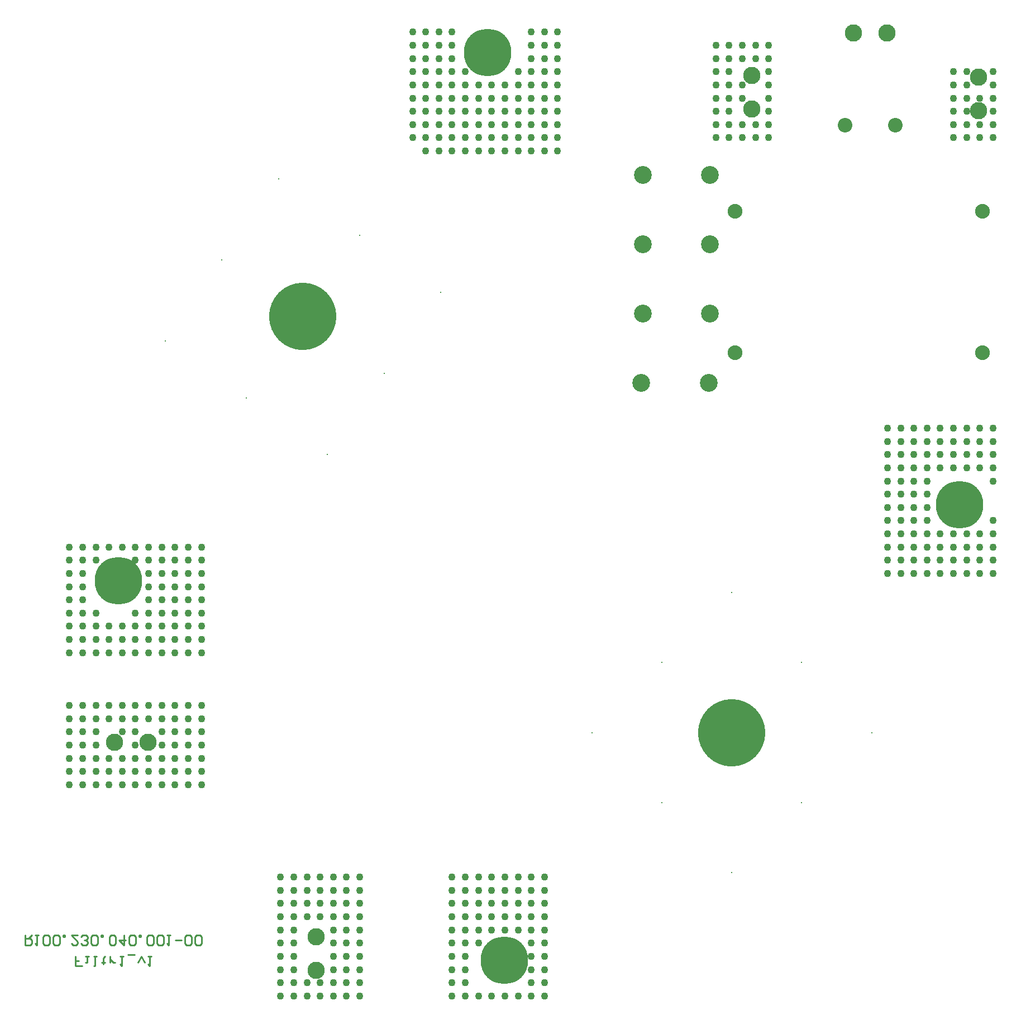
<source format=gbs>
G04 Layer_Color=16711935*
%FSLAX24Y24*%
%MOIN*%
G70*
G01*
G75*
%ADD24C,0.0098*%
%ADD28C,0.0867*%
%ADD29C,0.1064*%
%ADD30C,0.0880*%
%ADD31C,0.1030*%
%ADD32C,0.2836*%
%ADD33C,0.4017*%
%ADD34C,0.0080*%
%ADD35C,0.0434*%
D24*
X1527Y6220D02*
Y5630D01*
X1822D01*
X1921Y5728D01*
Y5925D01*
X1822Y6024D01*
X1527D01*
X1724D02*
X1921Y6220D01*
X2118D02*
X2314D01*
X2216D01*
Y5630D01*
X2118Y5728D01*
X2610D02*
X2708Y5630D01*
X2905D01*
X3003Y5728D01*
Y6122D01*
X2905Y6220D01*
X2708D01*
X2610Y6122D01*
Y5728D01*
X3200D02*
X3298Y5630D01*
X3495D01*
X3594Y5728D01*
Y6122D01*
X3495Y6220D01*
X3298D01*
X3200Y6122D01*
Y5728D01*
X3790Y6220D02*
Y6122D01*
X3889D01*
Y6220D01*
X3790D01*
X4676D02*
X4282D01*
X4676Y5827D01*
Y5728D01*
X4577Y5630D01*
X4381D01*
X4282Y5728D01*
X4873D02*
X4971Y5630D01*
X5168D01*
X5266Y5728D01*
Y5827D01*
X5168Y5925D01*
X5069D01*
X5168D01*
X5266Y6024D01*
Y6122D01*
X5168Y6220D01*
X4971D01*
X4873Y6122D01*
X5463Y5728D02*
X5561Y5630D01*
X5758D01*
X5857Y5728D01*
Y6122D01*
X5758Y6220D01*
X5561D01*
X5463Y6122D01*
Y5728D01*
X6053Y6220D02*
Y6122D01*
X6152D01*
Y6220D01*
X6053D01*
X6545Y5728D02*
X6644Y5630D01*
X6841D01*
X6939Y5728D01*
Y6122D01*
X6841Y6220D01*
X6644D01*
X6545Y6122D01*
Y5728D01*
X7431Y6220D02*
Y5630D01*
X7136Y5925D01*
X7529D01*
X7726Y5728D02*
X7824Y5630D01*
X8021D01*
X8120Y5728D01*
Y6122D01*
X8021Y6220D01*
X7824D01*
X7726Y6122D01*
Y5728D01*
X8316Y6220D02*
Y6122D01*
X8415D01*
Y6220D01*
X8316D01*
X8808Y5728D02*
X8907Y5630D01*
X9104D01*
X9202Y5728D01*
Y6122D01*
X9104Y6220D01*
X8907D01*
X8808Y6122D01*
Y5728D01*
X9399D02*
X9497Y5630D01*
X9694D01*
X9792Y5728D01*
Y6122D01*
X9694Y6220D01*
X9497D01*
X9399Y6122D01*
Y5728D01*
X9989Y6220D02*
X10186D01*
X10088D01*
Y5630D01*
X9989Y5728D01*
X10481Y5925D02*
X10875D01*
X11071Y5728D02*
X11170Y5630D01*
X11367D01*
X11465Y5728D01*
Y6122D01*
X11367Y6220D01*
X11170D01*
X11071Y6122D01*
Y5728D01*
X11662D02*
X11760Y5630D01*
X11957D01*
X12055Y5728D01*
Y6122D01*
X11957Y6220D01*
X11760D01*
X11662Y6122D01*
Y5728D01*
X4922Y4384D02*
X4528D01*
Y4679D01*
X4725D01*
X4528D01*
Y4975D01*
X5119D02*
X5315D01*
X5217D01*
Y4581D01*
X5119D01*
X5611Y4975D02*
X5807D01*
X5709D01*
Y4384D01*
X5611D01*
X6201Y4483D02*
Y4581D01*
X6103D01*
X6299D01*
X6201D01*
Y4876D01*
X6299Y4975D01*
X6595Y4581D02*
Y4975D01*
Y4778D01*
X6693Y4679D01*
X6791Y4581D01*
X6890D01*
X7185Y4975D02*
X7382D01*
X7283D01*
Y4384D01*
X7185Y4483D01*
X7677Y5073D02*
X8070D01*
X8267Y4581D02*
X8464Y4975D01*
X8661Y4581D01*
X8858Y4975D02*
X9054D01*
X8956D01*
Y4384D01*
X8858Y4483D01*
D28*
X50469Y54528D02*
D03*
X53468D02*
D03*
D29*
X42323Y39173D02*
D03*
X38307D02*
D03*
X42402Y43307D02*
D03*
X38386D02*
D03*
X42402Y47441D02*
D03*
X38386D02*
D03*
X42402Y51575D02*
D03*
X38386D02*
D03*
D30*
X43898Y49409D02*
D03*
X58661D02*
D03*
Y40945D02*
D03*
X43898D02*
D03*
D31*
X6858Y17717D02*
D03*
X8858D02*
D03*
X44882Y55480D02*
D03*
Y57480D02*
D03*
X18898Y6134D02*
D03*
Y4134D02*
D03*
X58434Y57402D02*
D03*
Y55402D02*
D03*
X50953Y60039D02*
D03*
X52953D02*
D03*
D32*
X57286Y31892D02*
D03*
X30122Y4715D02*
D03*
X7098Y27367D02*
D03*
X29130Y58848D02*
D03*
D33*
X43701Y18307D02*
D03*
X18110Y43110D02*
D03*
D34*
X47877Y14131D02*
D03*
X39525D02*
D03*
Y22483D02*
D03*
X47877D02*
D03*
X43701Y26659D02*
D03*
Y9955D02*
D03*
X35349Y18307D02*
D03*
X52052D02*
D03*
X26335Y44560D02*
D03*
X9885Y41660D02*
D03*
X19560Y34885D02*
D03*
X16660Y51335D02*
D03*
X21497Y47948D02*
D03*
X13273Y46498D02*
D03*
X14723Y38273D02*
D03*
X22948Y39723D02*
D03*
D35*
X16772Y2598D02*
D03*
Y3386D02*
D03*
Y4173D02*
D03*
Y4961D02*
D03*
Y5748D02*
D03*
Y6535D02*
D03*
Y7323D02*
D03*
Y8110D02*
D03*
Y8898D02*
D03*
Y9685D02*
D03*
X17559Y2598D02*
D03*
Y3386D02*
D03*
Y4173D02*
D03*
Y4961D02*
D03*
Y5748D02*
D03*
Y6535D02*
D03*
Y7323D02*
D03*
Y8110D02*
D03*
Y8898D02*
D03*
Y9685D02*
D03*
X18346Y2598D02*
D03*
Y3386D02*
D03*
Y7323D02*
D03*
Y8110D02*
D03*
Y8898D02*
D03*
Y9685D02*
D03*
X19134Y2598D02*
D03*
Y3386D02*
D03*
Y7323D02*
D03*
Y8110D02*
D03*
Y8898D02*
D03*
Y9685D02*
D03*
X19921Y2598D02*
D03*
Y3386D02*
D03*
Y4173D02*
D03*
Y4961D02*
D03*
Y5748D02*
D03*
Y6535D02*
D03*
Y7323D02*
D03*
Y8110D02*
D03*
Y8898D02*
D03*
Y9685D02*
D03*
X20709Y2598D02*
D03*
Y3386D02*
D03*
Y4173D02*
D03*
Y4961D02*
D03*
Y5748D02*
D03*
Y6535D02*
D03*
Y7323D02*
D03*
Y8110D02*
D03*
Y8898D02*
D03*
Y9685D02*
D03*
X21496Y2598D02*
D03*
Y3386D02*
D03*
Y4173D02*
D03*
Y4961D02*
D03*
Y5748D02*
D03*
Y6535D02*
D03*
Y7323D02*
D03*
Y8110D02*
D03*
Y8898D02*
D03*
Y9685D02*
D03*
X27008Y2598D02*
D03*
Y3386D02*
D03*
Y4173D02*
D03*
Y4961D02*
D03*
Y5748D02*
D03*
Y6535D02*
D03*
Y7323D02*
D03*
Y8110D02*
D03*
Y8898D02*
D03*
Y9685D02*
D03*
X27795Y2598D02*
D03*
Y3386D02*
D03*
Y4173D02*
D03*
Y4961D02*
D03*
Y5748D02*
D03*
Y6535D02*
D03*
Y7323D02*
D03*
Y8110D02*
D03*
Y8898D02*
D03*
Y9685D02*
D03*
X28583Y2598D02*
D03*
Y5748D02*
D03*
Y6535D02*
D03*
Y7323D02*
D03*
Y8110D02*
D03*
Y8898D02*
D03*
Y9685D02*
D03*
X29370Y2598D02*
D03*
Y6535D02*
D03*
Y7323D02*
D03*
Y8110D02*
D03*
Y8898D02*
D03*
Y9685D02*
D03*
X30157Y2598D02*
D03*
Y6535D02*
D03*
Y7323D02*
D03*
Y8110D02*
D03*
Y8898D02*
D03*
Y9685D02*
D03*
X30945Y2598D02*
D03*
Y6535D02*
D03*
Y7323D02*
D03*
Y8110D02*
D03*
Y8898D02*
D03*
Y9685D02*
D03*
X31732Y2598D02*
D03*
Y3386D02*
D03*
Y4173D02*
D03*
Y4961D02*
D03*
Y5748D02*
D03*
Y6535D02*
D03*
Y7323D02*
D03*
Y8110D02*
D03*
Y8898D02*
D03*
Y9685D02*
D03*
X32520Y2598D02*
D03*
Y3386D02*
D03*
Y4173D02*
D03*
Y4961D02*
D03*
Y5748D02*
D03*
Y6535D02*
D03*
Y7323D02*
D03*
Y8110D02*
D03*
Y8898D02*
D03*
Y9685D02*
D03*
X4173Y15197D02*
D03*
Y15984D02*
D03*
Y16772D02*
D03*
Y17559D02*
D03*
Y18346D02*
D03*
Y19134D02*
D03*
Y19921D02*
D03*
X4961Y15197D02*
D03*
Y15984D02*
D03*
Y16772D02*
D03*
Y17559D02*
D03*
Y18346D02*
D03*
Y19134D02*
D03*
Y19921D02*
D03*
X5748Y15197D02*
D03*
Y15984D02*
D03*
Y16772D02*
D03*
Y17559D02*
D03*
Y18346D02*
D03*
Y19134D02*
D03*
Y19921D02*
D03*
X6535Y15197D02*
D03*
Y15984D02*
D03*
Y16772D02*
D03*
Y19134D02*
D03*
Y19921D02*
D03*
X7323Y15197D02*
D03*
Y15984D02*
D03*
Y16772D02*
D03*
Y18346D02*
D03*
Y19134D02*
D03*
Y19921D02*
D03*
X8110Y15197D02*
D03*
Y15984D02*
D03*
Y16772D02*
D03*
Y17559D02*
D03*
Y18346D02*
D03*
Y19134D02*
D03*
Y19921D02*
D03*
X8898Y15197D02*
D03*
Y15984D02*
D03*
Y16772D02*
D03*
Y19134D02*
D03*
Y19921D02*
D03*
X9685Y15197D02*
D03*
Y15984D02*
D03*
Y16772D02*
D03*
Y17559D02*
D03*
Y18346D02*
D03*
Y19134D02*
D03*
Y19921D02*
D03*
X10472Y15197D02*
D03*
Y15984D02*
D03*
Y16772D02*
D03*
Y17559D02*
D03*
Y18346D02*
D03*
Y19134D02*
D03*
Y19921D02*
D03*
X11260Y15197D02*
D03*
Y15984D02*
D03*
Y16772D02*
D03*
Y17559D02*
D03*
Y18346D02*
D03*
Y19134D02*
D03*
Y19921D02*
D03*
X12047Y15197D02*
D03*
Y15984D02*
D03*
Y16772D02*
D03*
Y17559D02*
D03*
Y18346D02*
D03*
Y19134D02*
D03*
Y19921D02*
D03*
X4173Y23071D02*
D03*
Y23858D02*
D03*
Y24646D02*
D03*
Y25433D02*
D03*
Y26220D02*
D03*
Y27008D02*
D03*
Y27795D02*
D03*
Y28583D02*
D03*
Y29370D02*
D03*
X4961Y23071D02*
D03*
Y23858D02*
D03*
Y24646D02*
D03*
Y25433D02*
D03*
Y26220D02*
D03*
Y27008D02*
D03*
Y27795D02*
D03*
Y28583D02*
D03*
Y29370D02*
D03*
X5748Y23071D02*
D03*
Y23858D02*
D03*
Y24646D02*
D03*
Y25433D02*
D03*
Y28583D02*
D03*
Y29370D02*
D03*
X6535Y23071D02*
D03*
Y23858D02*
D03*
Y24646D02*
D03*
Y29370D02*
D03*
X7323Y23071D02*
D03*
Y23858D02*
D03*
Y24646D02*
D03*
Y29370D02*
D03*
X8110Y23071D02*
D03*
Y23858D02*
D03*
Y24646D02*
D03*
Y25433D02*
D03*
Y28583D02*
D03*
Y29370D02*
D03*
X8898Y23071D02*
D03*
Y23858D02*
D03*
Y24646D02*
D03*
Y25433D02*
D03*
Y26220D02*
D03*
Y27008D02*
D03*
Y27795D02*
D03*
Y28583D02*
D03*
Y29370D02*
D03*
X9685Y23071D02*
D03*
Y23858D02*
D03*
Y24646D02*
D03*
Y25433D02*
D03*
Y26220D02*
D03*
Y27008D02*
D03*
Y27795D02*
D03*
Y28583D02*
D03*
Y29370D02*
D03*
X10472Y23071D02*
D03*
Y23858D02*
D03*
Y24646D02*
D03*
Y25433D02*
D03*
Y26220D02*
D03*
Y27008D02*
D03*
Y27795D02*
D03*
Y28583D02*
D03*
Y29370D02*
D03*
X11260Y23071D02*
D03*
Y23858D02*
D03*
Y24646D02*
D03*
Y25433D02*
D03*
Y26220D02*
D03*
Y27008D02*
D03*
Y27795D02*
D03*
Y28583D02*
D03*
Y29370D02*
D03*
X12047Y23071D02*
D03*
Y23858D02*
D03*
Y24646D02*
D03*
Y25433D02*
D03*
Y26220D02*
D03*
Y27008D02*
D03*
Y27795D02*
D03*
Y28583D02*
D03*
Y29370D02*
D03*
X52992Y27795D02*
D03*
Y28583D02*
D03*
Y29370D02*
D03*
Y30157D02*
D03*
Y30945D02*
D03*
Y31732D02*
D03*
Y32520D02*
D03*
Y33307D02*
D03*
Y34095D02*
D03*
Y34882D02*
D03*
Y35669D02*
D03*
Y36457D02*
D03*
X53780Y27795D02*
D03*
Y28583D02*
D03*
Y29370D02*
D03*
Y30157D02*
D03*
Y30945D02*
D03*
Y31732D02*
D03*
Y32520D02*
D03*
Y33307D02*
D03*
Y34095D02*
D03*
Y34882D02*
D03*
Y35669D02*
D03*
Y36457D02*
D03*
X54567Y27795D02*
D03*
Y28583D02*
D03*
Y29370D02*
D03*
Y30157D02*
D03*
Y30945D02*
D03*
Y31732D02*
D03*
Y32520D02*
D03*
Y33307D02*
D03*
Y34095D02*
D03*
Y34882D02*
D03*
Y35669D02*
D03*
Y36457D02*
D03*
X55354Y27795D02*
D03*
Y28583D02*
D03*
Y29370D02*
D03*
Y30157D02*
D03*
Y30945D02*
D03*
Y31732D02*
D03*
Y32520D02*
D03*
Y33307D02*
D03*
Y34095D02*
D03*
Y34882D02*
D03*
Y35669D02*
D03*
Y36457D02*
D03*
X56142Y27795D02*
D03*
Y28583D02*
D03*
Y29370D02*
D03*
Y30157D02*
D03*
Y34095D02*
D03*
Y34882D02*
D03*
Y35669D02*
D03*
Y36457D02*
D03*
X56929Y27795D02*
D03*
Y28583D02*
D03*
Y29370D02*
D03*
Y30157D02*
D03*
Y34095D02*
D03*
Y34882D02*
D03*
Y35669D02*
D03*
Y36457D02*
D03*
X57717Y27795D02*
D03*
Y28583D02*
D03*
Y29370D02*
D03*
Y30157D02*
D03*
Y34095D02*
D03*
Y34882D02*
D03*
Y35669D02*
D03*
Y36457D02*
D03*
X58504Y27795D02*
D03*
Y28583D02*
D03*
Y29370D02*
D03*
Y30157D02*
D03*
Y34095D02*
D03*
Y34882D02*
D03*
Y35669D02*
D03*
Y36457D02*
D03*
X59291Y27795D02*
D03*
Y28583D02*
D03*
Y29370D02*
D03*
Y30157D02*
D03*
Y30945D02*
D03*
Y33307D02*
D03*
Y34095D02*
D03*
Y34882D02*
D03*
Y35669D02*
D03*
Y36457D02*
D03*
X24646Y53780D02*
D03*
Y54567D02*
D03*
Y55354D02*
D03*
Y56142D02*
D03*
Y56929D02*
D03*
Y57717D02*
D03*
Y58504D02*
D03*
Y59291D02*
D03*
Y60079D02*
D03*
X25433Y52992D02*
D03*
Y53780D02*
D03*
Y54567D02*
D03*
Y55354D02*
D03*
Y56142D02*
D03*
Y56929D02*
D03*
Y57717D02*
D03*
Y58504D02*
D03*
Y59291D02*
D03*
Y60079D02*
D03*
X26220Y52992D02*
D03*
Y53780D02*
D03*
Y54567D02*
D03*
Y55354D02*
D03*
Y56142D02*
D03*
Y56929D02*
D03*
Y57717D02*
D03*
Y58504D02*
D03*
Y59291D02*
D03*
Y60079D02*
D03*
X27008Y52992D02*
D03*
Y53780D02*
D03*
Y54567D02*
D03*
Y55354D02*
D03*
Y56142D02*
D03*
Y56929D02*
D03*
Y57717D02*
D03*
Y58504D02*
D03*
Y59291D02*
D03*
Y60079D02*
D03*
X27795Y52992D02*
D03*
Y53780D02*
D03*
Y54567D02*
D03*
Y55354D02*
D03*
Y56142D02*
D03*
Y56929D02*
D03*
Y57717D02*
D03*
X28583Y52992D02*
D03*
Y53780D02*
D03*
Y54567D02*
D03*
Y55354D02*
D03*
Y56142D02*
D03*
Y56929D02*
D03*
X29370Y52992D02*
D03*
Y53780D02*
D03*
Y54567D02*
D03*
Y55354D02*
D03*
Y56142D02*
D03*
Y56929D02*
D03*
X30157Y52992D02*
D03*
Y53780D02*
D03*
Y54567D02*
D03*
Y55354D02*
D03*
Y56142D02*
D03*
Y56929D02*
D03*
X30945Y52992D02*
D03*
Y53780D02*
D03*
Y54567D02*
D03*
Y55354D02*
D03*
Y56142D02*
D03*
Y56929D02*
D03*
Y57717D02*
D03*
X31732Y52992D02*
D03*
Y53780D02*
D03*
Y54567D02*
D03*
Y55354D02*
D03*
Y56142D02*
D03*
Y56929D02*
D03*
Y57717D02*
D03*
Y58504D02*
D03*
Y59291D02*
D03*
Y60079D02*
D03*
X32520Y52992D02*
D03*
Y53780D02*
D03*
Y54567D02*
D03*
Y55354D02*
D03*
Y56142D02*
D03*
Y56929D02*
D03*
Y57717D02*
D03*
Y58504D02*
D03*
Y59291D02*
D03*
Y60079D02*
D03*
X33307Y52992D02*
D03*
Y53780D02*
D03*
Y54567D02*
D03*
Y55354D02*
D03*
Y56142D02*
D03*
Y56929D02*
D03*
Y57717D02*
D03*
Y58504D02*
D03*
Y59291D02*
D03*
Y60079D02*
D03*
X42756Y53780D02*
D03*
Y54567D02*
D03*
Y55354D02*
D03*
Y56142D02*
D03*
Y56929D02*
D03*
Y57717D02*
D03*
Y58504D02*
D03*
Y59291D02*
D03*
X43543Y53780D02*
D03*
Y54567D02*
D03*
Y55354D02*
D03*
Y56142D02*
D03*
Y56929D02*
D03*
Y57717D02*
D03*
Y58504D02*
D03*
Y59291D02*
D03*
X44331Y53780D02*
D03*
Y54567D02*
D03*
Y56142D02*
D03*
Y56929D02*
D03*
Y58504D02*
D03*
Y59291D02*
D03*
X45118Y53780D02*
D03*
Y54567D02*
D03*
Y58504D02*
D03*
Y59291D02*
D03*
X45906Y53780D02*
D03*
Y54567D02*
D03*
Y55354D02*
D03*
Y56142D02*
D03*
Y56929D02*
D03*
Y57717D02*
D03*
Y58504D02*
D03*
Y59291D02*
D03*
X56929Y53780D02*
D03*
Y54567D02*
D03*
Y55354D02*
D03*
Y56142D02*
D03*
Y56929D02*
D03*
Y57717D02*
D03*
X57717Y53780D02*
D03*
Y54567D02*
D03*
Y55354D02*
D03*
Y56142D02*
D03*
Y56929D02*
D03*
Y57717D02*
D03*
X58504Y53780D02*
D03*
Y54567D02*
D03*
Y56142D02*
D03*
X59291Y53780D02*
D03*
Y54567D02*
D03*
Y55354D02*
D03*
Y56142D02*
D03*
Y56929D02*
D03*
Y57717D02*
D03*
M02*

</source>
